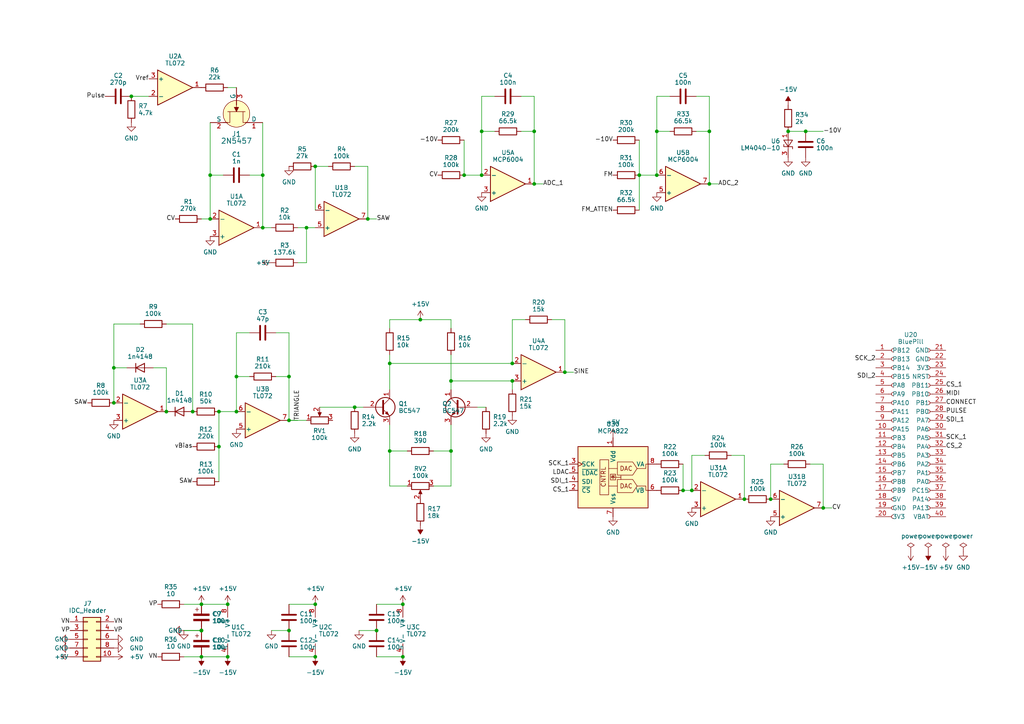
<source format=kicad_sch>
(kicad_sch (version 20211123) (generator "elektron")
  (paper "A4")
  (title_block (title "digital") (date "2023-08-07") (rev "1") (comment 1 "main circuit") (comment 2 "digital controlled oscillator") (comment 4 "License CC BY 4.0 - Attribution 4.0 International"))
  (label "CV" (at 50.8 63.5 180))
  (symbol (lib_id "Device:R") (at 54.61 63.5 90) (unit 1)
    (property "Reference" "R1" (at 54.61 58.48 -90))
    (property "Value" "270k" (at 54.61 60.48 -90))
    (property "ki_keywords" "R res resistor" (effects hide))
    (property "ki_description" "Resistor" (effects hide))
    (property "ki_fp_filters" "R_*" (effects hide))
  )
  (wire (pts (xy 58.42 63.5) (xy 60.96 63.5)))
  (junction (at 60.96 63.5))
  (symbol (lib_id "Amplifier_Operational:TL072") (at 68.58 66.04 0) (mirror x) (unit 1)
    (property "Reference" "U1" (at 68.58 56.96 0))
    (property "Value" "TL072" (at 68.58 58.96 0))
    (property "Datasheet" "http://www.ti.com/lit/ds/symlink/tl071.pdf" (effects hide))
    (property "ki_keywords" "dual opamp" (effects hide))
    (property "ki_description" "Dual Low-Noise JFET-Input Operational Amplifiers, DIP-8/SOIC-8" (effects hide))
    (property "ki_fp_filters" "SOIC*3.9x4.9mm*P1.27mm* DIP*W7.62mm* TO*99* OnSemi*Micro8* TSSOP*3x3mm*P0.65mm* TSSOP*4.4x3mm*P0.65mm* MSOP*3x3mm*P0.65mm* SSOP*3.9x4.9mm*P0.635mm* LFCSP*2x2mm*P0.5mm* *SIP* SOIC*5.3x6.2mm*P1.27mm*" (effects hide))
    (property "Spice_Primitive" "X" (effects hide))
    (property "Spice_Model" "TL072c" (effects hide))
  )
  (symbol (lib_id "power:GND") (at 60.96 68.58 0) (unit 1)
    (property "Reference" "GND" (effects hide))
    (property "Value" "GND" (at 60.96 73.12 0))
    (property "ki_keywords" "global power" (effects hide))
    (property "ki_description" "Power symbol creates a global label with name \"GND\" , ground" (effects hide))
  )
  (junction (at 76.2 66.04))
  (wire (pts (xy 76.2 66.04) (xy 76.2 50.8)))
  (junction (at 76.2 50.8))
  (wire (pts (xy 76.2 50.8) (xy 72.39 50.8)))
  (wire (pts (xy 64.77 50.8) (xy 60.96 50.8)))
  (symbol (lib_id "Device:C") (at 68.58 50.8 270) (unit 1)
    (property "Reference" "C1" (at 68.58 44.77 -270))
    (property "Value" "1n" (at 68.58 46.77 -270))
    (property "ki_keywords" "cap capacitor" (effects hide))
    (property "ki_description" "Unpolarized capacitor" (effects hide))
    (property "ki_fp_filters" "C_*" (effects hide))
  )
  (junction (at 60.96 50.8))
  (wire (pts (xy 60.96 50.8) (xy 60.96 63.5)))
  (wire (pts (xy 76.2 50.8) (xy 76.2 35.56)))
  (symbol (lib_id "elektrophon:2N5457") (at 68.58 33.02 90) (mirror x) (unit 1)
    (property "Reference" "J1" (at 68.58 38.88 90) (effects (font (size 1.524 1.524))))
    (property "Value" "2N5457" (at 68.58 40.88 90) (effects (font (size 1.524 1.524))))
    (property "Footprint" "digikey-footprints:TO-92-3" (effects hide))
    (property "Datasheet" "https://my.centralsemi.com/get_document.php?cmp=1&mergetype=pd&mergepath=pd&pdf_id=2N5457-5459.PDF" (effects hide))
    (property "Digi-Key_PN" "2N5457-ND" (effects hide))
    (property "MPN" "2N5457" (effects hide))
    (property "Category" "Discrete Semiconductor Products" (effects hide))
    (property "Family" "Transistors - JFETs" (effects hide))
    (property "DK_Datasheet_Link" "https://my.centralsemi.com/get_document.php?cmp=1&mergetype=pd&mergepath=pd&pdf_id=2N5457-5459.PDF" (effects hide))
    (property "DK_Detail_Page" "/product-detail/en/central-semiconductor-corp/2N5457/2N5457-ND/4806918" (effects hide))
    (property "Description" "JFET N-CH 25V 0.31W TO-92" (effects hide))
    (property "Manufacturer" "Central Semiconductor Corp" (effects hide))
    (property "Status" "Active NonStock" (effects hide))
    (property "ki_keywords" "2N5457-ND" (effects hide))
    (property "ki_description" "JFET N-CH 25V 0.31W TO-92" (effects hide))
    (property "Spice_Model" "J2N5459" (effects hide))
    (property "Spice_Node_Sequence" "1 3 2" (effects hide))
    (property "Spice_Netlist_Enabled" "Y" (effects hide))
    (property "Spice_Primitive" "J" (effects hide))
  )
  (wire (pts (xy 60.96 35.56) (xy 60.96 50.8)))
  (wire (pts (xy 76.2 66.04) (xy 78.74 66.04)))
  (symbol (lib_id "Device:R") (at 82.55 66.04 90) (unit 1)
    (property "Reference" "R2" (at 82.55 61.019999999999996 -90))
    (property "Value" "10k" (at 82.55 63.019999999999996 -90))
    (property "ki_keywords" "R res resistor" (effects hide))
    (property "ki_description" "Resistor" (effects hide))
    (property "ki_fp_filters" "R_*" (effects hide))
  )
  (wire (pts (xy 86.36 66.04) (xy 88.9 66.04)))
  (junction (at 88.9 66.04))
  (wire (pts (xy 88.9 66.04) (xy 91.44 66.04)))
  (symbol (lib_id "Amplifier_Operational:TL072") (at 99.06 63.5 0) (mirror x) (unit 2)
    (property "Reference" "U1" (at 99.06 54.42 0))
    (property "Value" "TL072" (at 99.06 56.42 0))
    (property "Datasheet" "http://www.ti.com/lit/ds/symlink/tl071.pdf" (effects hide))
    (property "ki_keywords" "dual opamp" (effects hide))
    (property "ki_description" "Dual Low-Noise JFET-Input Operational Amplifiers, DIP-8/SOIC-8" (effects hide))
    (property "ki_fp_filters" "SOIC*3.9x4.9mm*P1.27mm* DIP*W7.62mm* TO*99* OnSemi*Micro8* TSSOP*3x3mm*P0.65mm* TSSOP*4.4x3mm*P0.65mm* MSOP*3x3mm*P0.65mm* SSOP*3.9x4.9mm*P0.635mm* LFCSP*2x2mm*P0.5mm* *SIP* SOIC*5.3x6.2mm*P1.27mm*" (effects hide))
    (property "Spice_Primitive" "X" (effects hide))
    (property "Spice_Model" "TL072c" (effects hide))
  )
  (wire (pts (xy 88.9 66.04) (xy 88.9 76.2)))
  (wire (pts (xy 88.9 76.2) (xy 86.36 76.2)))
  (symbol (lib_id "Device:R") (at 82.55 76.2 270) (unit 1)
    (property "Reference" "R3" (at 82.55 71.18 -270))
    (property "Value" "137.6k" (at 82.55 73.18 -270))
    (property "ki_keywords" "R res resistor" (effects hide))
    (property "ki_description" "Resistor" (effects hide))
    (property "ki_fp_filters" "R_*" (effects hide))
  )
  (symbol (lib_id "power:+5V") (at 78.74 76.2 90) (unit 1)
    (property "Reference" "+15V" (effects hide))
    (property "Value" "+15V" (at 74.2 76.2 -90) (effects (justify left)))
    (property "ki_keywords" "global power" (effects hide))
    (property "ki_description" "Power symbol creates a global label with name \"+5V\"" (effects hide))
  )
  (junction (at 106.68 63.5))
  (wire (pts (xy 106.68 63.5) (xy 106.68 48.26)))
  (wire (pts (xy 106.68 48.26) (xy 102.87 48.26)))
  (wire (pts (xy 95.25 48.26) (xy 91.44 48.26)))
  (symbol (lib_id "Device:R") (at 99.06 48.26 270) (unit 1)
    (property "Reference" "R4" (at 99.06 43.24 -270))
    (property "Value" "100k" (at 99.06 45.24 -270))
    (property "ki_keywords" "R res resistor" (effects hide))
    (property "ki_description" "Resistor" (effects hide))
    (property "ki_fp_filters" "R_*" (effects hide))
  )
  (junction (at 91.44 48.26))
  (wire (pts (xy 91.44 48.26) (xy 91.44 60.96)))
  (symbol (lib_id "Device:R") (at 87.63 48.26 270) (unit 1)
    (property "Reference" "R5" (at 87.63 43.24 -270))
    (property "Value" "27k" (at 87.63 45.24 -270))
    (property "ki_keywords" "R res resistor" (effects hide))
    (property "ki_description" "Resistor" (effects hide))
    (property "ki_fp_filters" "R_*" (effects hide))
  )
  (symbol (lib_id "power:GND") (at 83.82 48.26 0) (unit 1)
    (property "Reference" "GND" (effects hide))
    (property "Value" "GND" (at 83.82 52.8 0))
    (property "ki_keywords" "global power" (effects hide))
    (property "ki_description" "Power symbol creates a global label with name \"GND\" , ground" (effects hide))
  )
  (wire (pts (xy 106.68 63.5) (xy 109.22 63.5)))
  (label "SAW" (at 109.22 63.5 0))
  (wire (pts (xy 68.58 25.4) (xy 66.04 25.4)))
  (symbol (lib_id "Device:R") (at 62.23 25.4 270) (unit 1)
    (property "Reference" "R6" (at 62.23 20.38 -270))
    (property "Value" "22k" (at 62.23 22.38 -270))
    (property "ki_keywords" "R res resistor" (effects hide))
    (property "ki_description" "Resistor" (effects hide))
    (property "ki_fp_filters" "R_*" (effects hide))
  )
  (symbol (lib_id "Amplifier_Operational:TL072") (at 50.8 25.4 0) (unit 1)
    (property "Reference" "U2" (at 50.8 16.32 0))
    (property "Value" "TL072" (at 50.8 18.32 0))
    (property "Datasheet" "http://www.ti.com/lit/ds/symlink/tl071.pdf" (effects hide))
    (property "ki_keywords" "dual opamp" (effects hide))
    (property "ki_description" "Dual Low-Noise JFET-Input Operational Amplifiers, DIP-8/SOIC-8" (effects hide))
    (property "ki_fp_filters" "SOIC*3.9x4.9mm*P1.27mm* DIP*W7.62mm* TO*99* OnSemi*Micro8* TSSOP*3x3mm*P0.65mm* TSSOP*4.4x3mm*P0.65mm* MSOP*3x3mm*P0.65mm* SSOP*3.9x4.9mm*P0.635mm* LFCSP*2x2mm*P0.5mm* *SIP* SOIC*5.3x6.2mm*P1.27mm*" (effects hide))
    (property "Spice_Primitive" "X" (effects hide))
    (property "Spice_Model" "TL072c" (effects hide))
  )
  (label "Vref" (at 43.18 22.86 180))
  (wire (pts (xy 43.18 27.94) (xy 38.1 27.94)))
  (junction (at 38.1 27.94))
  (symbol (lib_id "Device:C") (at 34.29 27.94 270) (unit 1)
    (property "Reference" "C2" (at 34.29 21.91 -270))
    (property "Value" "270p" (at 34.29 23.91 -270))
    (property "ki_keywords" "cap capacitor" (effects hide))
    (property "ki_description" "Unpolarized capacitor" (effects hide))
    (property "ki_fp_filters" "C_*" (effects hide))
  )
  (label "Pulse" (at 30.48 27.94 180))
  (symbol (lib_id "Device:R") (at 38.1 31.75 0) (unit 1)
    (property "Reference" "R7" (at 40.12 30.75 0) (effects (justify left)))
    (property "Value" "4.7k" (at 40.12 32.75 0) (effects (justify left)))
    (property "ki_keywords" "R res resistor" (effects hide))
    (property "ki_description" "Resistor" (effects hide))
    (property "ki_fp_filters" "R_*" (effects hide))
  )
  (symbol (lib_id "power:GND") (at 38.1 35.56 0) (unit 1)
    (property "Reference" "GND" (effects hide))
    (property "Value" "GND" (at 38.1 40.1 0))
    (property "ki_keywords" "global power" (effects hide))
    (property "ki_description" "Power symbol creates a global label with name \"GND\" , ground" (effects hide))
  )
  (label "SAW" (at 25.4 116.84 180))
  (symbol (lib_id "Device:R") (at 29.21 116.84 90) (unit 1)
    (property "Reference" "R8" (at 29.21 111.82 -90))
    (property "Value" "100k" (at 29.21 113.82 -90))
    (property "ki_keywords" "R res resistor" (effects hide))
    (property "ki_description" "Resistor" (effects hide))
    (property "ki_fp_filters" "R_*" (effects hide))
  )
  (junction (at 33.02 116.84))
  (symbol (lib_id "Amplifier_Operational:TL072") (at 40.64 119.38 0) (mirror x) (unit 1)
    (property "Reference" "U3" (at 40.64 110.3 0))
    (property "Value" "TL072" (at 40.64 112.3 0))
    (property "Datasheet" "http://www.ti.com/lit/ds/symlink/tl071.pdf" (effects hide))
    (property "ki_keywords" "dual opamp" (effects hide))
    (property "ki_description" "Dual Low-Noise JFET-Input Operational Amplifiers, DIP-8/SOIC-8" (effects hide))
    (property "ki_fp_filters" "SOIC*3.9x4.9mm*P1.27mm* DIP*W7.62mm* TO*99* OnSemi*Micro8* TSSOP*3x3mm*P0.65mm* TSSOP*4.4x3mm*P0.65mm* MSOP*3x3mm*P0.65mm* SSOP*3.9x4.9mm*P0.635mm* LFCSP*2x2mm*P0.5mm* *SIP* SOIC*5.3x6.2mm*P1.27mm*" (effects hide))
    (property "Spice_Model" "TL072c" (effects hide))
    (property "Spice_Primitive" "X" (effects hide))
  )
  (junction (at 48.26 119.38))
  (symbol (lib_id "Diode:1N4148") (at 52.07 119.38 0) (unit 1)
    (property "Reference" "D1" (at 52.07 114.11 0))
    (property "Value" "1n4148" (at 52.07 116.11 0))
    (property "Footprint" "Diode_THT:D_DO-35_SOD27_P7.62mm_Horizontal" (effects hide))
    (property "Datasheet" "https://assets.nexperia.com/documents/data-sheet/1N4148_1N4448.pdf" (effects hide))
    (property "Sim.Device" "D" (effects hide))
    (property "Sim.Pins" "1=K 2=A" (effects hide))
    (property "ki_keywords" "diode" (effects hide))
    (property "ki_description" "100V 0.15A standard switching diode, DO-35" (effects hide))
    (property "ki_fp_filters" "D*DO?35*" (effects hide))
    (property "Spice_Model" "D1N4148" (effects hide))
    (property "Spice_Primitive" "D" (effects hide))
    (property "Spice_Node_Sequence" "2 1" (effects hide))
  )
  (junction (at 55.88 119.38))
  (wire (pts (xy 48.26 119.38) (xy 48.26 106.68)))
  (wire (pts (xy 48.26 106.68) (xy 44.45 106.68)))
  (wire (pts (xy 36.83 106.68) (xy 33.02 106.68)))
  (symbol (lib_id "Diode:1N4148") (at 40.64 106.68 0) (unit 1)
    (property "Reference" "D2" (at 40.64 101.41 0))
    (property "Value" "1n4148" (at 40.64 103.41 0))
    (property "Footprint" "Diode_THT:D_DO-35_SOD27_P7.62mm_Horizontal" (effects hide))
    (property "Datasheet" "https://assets.nexperia.com/documents/data-sheet/1N4148_1N4448.pdf" (effects hide))
    (property "Sim.Device" "D" (effects hide))
    (property "Sim.Pins" "1=K 2=A" (effects hide))
    (property "ki_keywords" "diode" (effects hide))
    (property "ki_description" "100V 0.15A standard switching diode, DO-35" (effects hide))
    (property "ki_fp_filters" "D*DO?35*" (effects hide))
    (property "Spice_Node_Sequence" "2 1" (effects hide))
    (property "Spice_Primitive" "D" (effects hide))
    (property "Spice_Model" "D1N4148" (effects hide))
  )
  (junction (at 33.02 106.68))
  (wire (pts (xy 33.02 106.68) (xy 33.02 116.84)))
  (wire (pts (xy 55.88 119.38) (xy 55.88 93.98)))
  (wire (pts (xy 55.88 93.98) (xy 48.26 93.98)))
  (wire (pts (xy 40.64 93.98) (xy 33.02 93.98)))
  (symbol (lib_id "Device:R") (at 44.45 93.98 270) (unit 1)
    (property "Reference" "R9" (at 44.45 88.96 -270))
    (property "Value" "100k" (at 44.45 90.96 -270))
    (property "ki_keywords" "R res resistor" (effects hide))
    (property "ki_description" "Resistor" (effects hide))
    (property "ki_fp_filters" "R_*" (effects hide))
  )
  (wire (pts (xy 33.02 93.98) (xy 33.02 106.68)))
  (symbol (lib_id "Device:R") (at 59.69 119.38 90) (unit 1)
    (property "Reference" "R10" (at 59.69 114.36 -90))
    (property "Value" "50k" (at 59.69 116.36 -90))
    (property "ki_keywords" "R res resistor" (effects hide))
    (property "ki_description" "Resistor" (effects hide))
    (property "ki_fp_filters" "R_*" (effects hide))
  )
  (junction (at 63.5 119.38))
  (wire (pts (xy 63.5 119.38) (xy 68.58 119.38)))
  (symbol (lib_id "Amplifier_Operational:TL072") (at 76.2 121.92 0) (mirror x) (unit 2)
    (property "Reference" "U3" (at 76.2 112.84 0))
    (property "Value" "TL072" (at 76.2 114.84 0))
    (property "Datasheet" "http://www.ti.com/lit/ds/symlink/tl071.pdf" (effects hide))
    (property "ki_keywords" "dual opamp" (effects hide))
    (property "ki_description" "Dual Low-Noise JFET-Input Operational Amplifiers, DIP-8/SOIC-8" (effects hide))
    (property "ki_fp_filters" "SOIC*3.9x4.9mm*P1.27mm* DIP*W7.62mm* TO*99* OnSemi*Micro8* TSSOP*3x3mm*P0.65mm* TSSOP*4.4x3mm*P0.65mm* MSOP*3x3mm*P0.65mm* SSOP*3.9x4.9mm*P0.635mm* LFCSP*2x2mm*P0.5mm* *SIP* SOIC*5.3x6.2mm*P1.27mm*" (effects hide))
    (property "Spice_Primitive" "X" (effects hide))
    (property "Spice_Model" "TL072c" (effects hide))
  )
  (junction (at 83.82 121.92))
  (wire (pts (xy 83.82 121.92) (xy 86.36 121.92)))
  (label "TRIANGLE" (at 86.36 121.92 90))
  (wire (pts (xy 83.82 121.92) (xy 83.82 109.22)))
  (junction (at 83.82 109.22))
  (wire (pts (xy 83.82 109.22) (xy 80.01 109.22)))
  (wire (pts (xy 72.39 109.22) (xy 68.58 109.22)))
  (symbol (lib_id "Device:R") (at 76.2 109.22 270) (unit 1)
    (property "Reference" "R11" (at 76.2 104.2 -270))
    (property "Value" "210k" (at 76.2 106.2 -270))
    (property "ki_keywords" "R res resistor" (effects hide))
    (property "ki_description" "Resistor" (effects hide))
    (property "ki_fp_filters" "R_*" (effects hide))
  )
  (junction (at 68.58 109.22))
  (wire (pts (xy 68.58 109.22) (xy 68.58 119.38)))
  (junction (at 68.58 119.38))
  (wire (pts (xy 83.82 109.22) (xy 83.82 96.52)))
  (wire (pts (xy 83.82 96.52) (xy 80.01 96.52)))
  (wire (pts (xy 72.39 96.52) (xy 68.58 96.52)))
  (symbol (lib_id "Device:C") (at 76.2 96.52 270) (unit 1)
    (property "Reference" "C3" (at 76.2 90.49 -270))
    (property "Value" "47p" (at 76.2 92.49 -270))
    (property "ki_keywords" "cap capacitor" (effects hide))
    (property "ki_description" "Unpolarized capacitor" (effects hide))
    (property "ki_fp_filters" "C_*" (effects hide))
  )
  (wire (pts (xy 68.58 96.52) (xy 68.58 109.22)))
  (wire (pts (xy 63.5 119.38) (xy 63.5 129.54)))
  (junction (at 63.5 129.54))
  (symbol (lib_id "Device:R") (at 59.69 129.54 270) (unit 1)
    (property "Reference" "R12" (at 59.69 124.52000000000001 -270))
    (property "Value" "220k" (at 59.69 126.52000000000001 -270))
    (property "ki_keywords" "R res resistor" (effects hide))
    (property "ki_description" "Resistor" (effects hide))
    (property "ki_fp_filters" "R_*" (effects hide))
  )
  (label "vBias" (at 55.88 129.54 180))
  (wire (pts (xy 63.5 129.54) (xy 63.5 139.7)))
  (symbol (lib_id "Device:R") (at 59.69 139.7 270) (unit 1)
    (property "Reference" "R13" (at 59.69 134.68 -270))
    (property "Value" "100k" (at 59.69 136.68 -270))
    (property "ki_keywords" "R res resistor" (effects hide))
    (property "ki_description" "Resistor" (effects hide))
    (property "ki_fp_filters" "R_*" (effects hide))
  )
  (label "SAW" (at 55.88 139.7 180))
  (symbol (lib_id "power:GND") (at 33.02 121.92 0) (unit 1)
    (property "Reference" "GND" (effects hide))
    (property "Value" "GND" (at 33.02 126.46 0))
    (property "ki_keywords" "global power" (effects hide))
    (property "ki_description" "Power symbol creates a global label with name \"GND\" , ground" (effects hide))
  )
  (symbol (lib_id "power:GND") (at 68.58 124.46 0) (unit 1)
    (property "Reference" "GND" (effects hide))
    (property "Value" "GND" (at 68.58 129 0))
    (property "ki_keywords" "global power" (effects hide))
    (property "ki_description" "Power symbol creates a global label with name \"GND\" , ground" (effects hide))
  )
  (wire (pts (xy 83.82 121.92) (xy 88.9 121.92)))
  (symbol (lib_id "Device:R_Potentiometer") (at 92.71 121.92 90) (unit 1)
    (property "Reference" "RV1" (at 92.71 124.94 90))
    (property "Value" "100k" (at 92.71 126.94 90))
    (property "ki_keywords" "resistor variable" (effects hide))
    (property "ki_description" "Potentiometer" (effects hide))
    (property "ki_fp_filters" "Potentiometer*" (effects hide))
    (property "Spice_Model" "Potentiometer1" (effects hide))
    (property "Spice_Netlist_Enabled" "Y" (effects hide))
    (property "Spice_Primitive" "X" (effects hide))
  )
  (wire (pts (xy 92.71 118.11) (xy 102.87 118.11)))
  (junction (at 102.87 118.11))
  (wire (pts (xy 102.87 118.11) (xy 105.41 118.11)))
  (symbol (lib_id "Transistor_BJT:BC547") (at 110.49 118.11 0) (unit 1)
    (property "Reference" "Q1" (at 115.58 117.11 0) (effects (justify left)))
    (property "Value" "BC547" (at 115.58 119.11 0) (effects (justify left)))
    (property "Footprint" "Package_TO_SOT_THT:TO-92_Inline" (effects hide))
    (property "Datasheet" "https://www.onsemi.com/pub/Collateral/BC550-D.pdf" (effects hide))
    (property "ki_keywords" "NPN Transistor" (effects hide))
    (property "ki_description" "0.1A Ic, 45V Vce, Small Signal NPN Transistor, TO-92" (effects hide))
    (property "ki_fp_filters" "TO?92*" (effects hide))
    (property "Spice_Model" "BC547B" (effects hide))
    (property "Spice_Primitive" "Q" (effects hide))
    (property "Spice_Netlist_Enabled" "Y" (effects hide))
  )
  (symbol (lib_id "Device:R") (at 102.87 121.92 0) (unit 1)
    (property "Reference" "R14" (at 104.89 120.92 0) (effects (justify left)))
    (property "Value" "2.2k" (at 104.89 122.92 0) (effects (justify left)))
    (property "ki_keywords" "R res resistor" (effects hide))
    (property "ki_description" "Resistor" (effects hide))
    (property "ki_fp_filters" "R_*" (effects hide))
  )
  (symbol (lib_id "power:GND") (at 102.87 125.73 0) (unit 1)
    (property "Reference" "GND" (effects hide))
    (property "Value" "GND" (at 102.87 130.27 0))
    (property "ki_keywords" "global power" (effects hide))
    (property "ki_description" "Power symbol creates a global label with name \"GND\" , ground" (effects hide))
  )
  (wire (pts (xy 113.03 113.03) (xy 113.03 105.41)))
  (junction (at 113.03 105.41))
  (wire (pts (xy 113.03 105.41) (xy 113.03 102.87)))
  (symbol (lib_id "Device:R") (at 113.03 99.06 180) (unit 1)
    (property "Reference" "R15" (at 115.05 98.06 0) (effects (justify right)))
    (property "Value" "10k" (at 115.05 100.06 0) (effects (justify right)))
    (property "ki_keywords" "R res resistor" (effects hide))
    (property "ki_description" "Resistor" (effects hide))
    (property "ki_fp_filters" "R_*" (effects hide))
  )
  (wire (pts (xy 113.03 95.25) (xy 113.03 92.71)))
  (wire (pts (xy 113.03 92.71) (xy 121.92 92.71)))
  (junction (at 121.92 92.71))
  (symbol (lib_id "power:+15V") (at 121.92 92.71 0) (unit 1)
    (property "Reference" "+15V" (effects hide))
    (property "Value" "+15V" (at 121.92 88.17 0))
    (property "ki_keywords" "global power" (effects hide))
    (property "ki_description" "Power symbol creates a global label with name \"+15V\"" (effects hide))
  )
  (wire (pts (xy 113.03 123.19) (xy 113.03 130.81)))
  (junction (at 113.03 130.81))
  (wire (pts (xy 113.03 130.81) (xy 113.03 140.97)))
  (wire (pts (xy 113.03 140.97) (xy 118.11 140.97)))
  (symbol (lib_id "Device:R_Potentiometer") (at 121.92 140.97 90) (mirror x) (unit 1)
    (property "Reference" "RV2" (at 121.92 135.95 -90))
    (property "Value" "100k" (at 121.92 137.95 -90))
    (property "ki_keywords" "resistor variable" (effects hide))
    (property "ki_description" "Potentiometer" (effects hide))
    (property "ki_fp_filters" "Potentiometer*" (effects hide))
    (property "Spice_Primitive" "X" (effects hide))
    (property "Spice_Netlist_Enabled" "Y" (effects hide))
    (property "Spice_Model" "Potentiometer2" (effects hide))
  )
  (wire (pts (xy 125.73 140.97) (xy 130.81 140.97)))
  (wire (pts (xy 130.81 140.97) (xy 130.81 130.81)))
  (junction (at 130.81 130.81))
  (wire (pts (xy 130.81 130.81) (xy 130.81 123.19)))
  (symbol (lib_id "Transistor_BJT:BC547") (at 133.35 118.11 0) (mirror y) (unit 1)
    (property "Reference" "Q2" (at 128.26 117.11 0) (effects (justify right)))
    (property "Value" "BC547" (at 128.26 119.11 0) (effects (justify right)))
    (property "Footprint" "Package_TO_SOT_THT:TO-92_Inline" (effects hide))
    (property "Datasheet" "https://www.onsemi.com/pub/Collateral/BC550-D.pdf" (effects hide))
    (property "ki_keywords" "NPN Transistor" (effects hide))
    (property "ki_description" "0.1A Ic, 45V Vce, Small Signal NPN Transistor, TO-92" (effects hide))
    (property "ki_fp_filters" "TO?92*" (effects hide))
    (property "Spice_Netlist_Enabled" "Y" (effects hide))
    (property "Spice_Primitive" "Q" (effects hide))
    (property "Spice_Model" "BC547B" (effects hide))
  )
  (wire (pts (xy 130.81 113.03) (xy 130.81 110.49)))
  (junction (at 130.81 110.49))
  (wire (pts (xy 130.81 110.49) (xy 130.81 102.87)))
  (symbol (lib_id "Device:R") (at 130.81 99.06 180) (unit 1)
    (property "Reference" "R16" (at 132.83 98.06 0) (effects (justify right)))
    (property "Value" "10k" (at 132.83 100.06 0) (effects (justify right)))
    (property "ki_keywords" "R res resistor" (effects hide))
    (property "ki_description" "Resistor" (effects hide))
    (property "ki_fp_filters" "R_*" (effects hide))
  )
  (wire (pts (xy 130.81 95.25) (xy 130.81 92.71)))
  (wire (pts (xy 130.81 92.71) (xy 121.92 92.71)))
  (symbol (lib_id "Device:R") (at 121.92 148.59 0) (unit 1)
    (property "Reference" "R17" (at 123.94 147.59 0) (effects (justify left)))
    (property "Value" "18k" (at 123.94 149.59 0) (effects (justify left)))
    (property "ki_keywords" "R res resistor" (effects hide))
    (property "ki_description" "Resistor" (effects hide))
    (property "ki_fp_filters" "R_*" (effects hide))
  )
  (symbol (lib_id "power:-15V") (at 121.92 152.4 180) (unit 1)
    (property "Reference" "-15V" (effects hide))
    (property "Value" "-15V" (at 121.92 156.94 0))
    (property "ki_keywords" "global power" (effects hide))
    (property "ki_description" "Power symbol creates a global label with name \"-15V\"" (effects hide))
  )
  (wire (pts (xy 130.81 130.81) (xy 125.73 130.81)))
  (wire (pts (xy 118.11 130.81) (xy 113.03 130.81)))
  (symbol (lib_id "Device:R") (at 121.92 130.81 270) (unit 1)
    (property "Reference" "R18" (at 121.92 125.78999999999999 -270))
    (property "Value" "390" (at 121.92 127.78999999999999 -270))
    (property "ki_keywords" "R res resistor" (effects hide))
    (property "ki_description" "Resistor" (effects hide))
    (property "ki_fp_filters" "R_*" (effects hide))
  )
  (wire (pts (xy 138.43 118.11) (xy 140.97 118.11)))
  (symbol (lib_id "Device:R") (at 140.97 121.92 0) (unit 1)
    (property "Reference" "R19" (at 142.99 120.92 0) (effects (justify left)))
    (property "Value" "2.2k" (at 142.99 122.92 0) (effects (justify left)))
    (property "ki_keywords" "R res resistor" (effects hide))
    (property "ki_description" "Resistor" (effects hide))
    (property "ki_fp_filters" "R_*" (effects hide))
  )
  (symbol (lib_id "power:GND") (at 140.97 125.73 0) (unit 1)
    (property "Reference" "GND" (effects hide))
    (property "Value" "GND" (at 140.97 130.27 0))
    (property "ki_keywords" "global power" (effects hide))
    (property "ki_description" "Power symbol creates a global label with name \"GND\" , ground" (effects hide))
  )
  (wire (pts (xy 113.03 105.41) (xy 148.59 105.41)))
  (symbol (lib_id "Amplifier_Operational:TL072") (at 156.21 107.95 0) (mirror x) (unit 1)
    (property "Reference" "U4" (at 156.21 98.87 0))
    (property "Value" "TL072" (at 156.21 100.87 0))
    (property "Datasheet" "http://www.ti.com/lit/ds/symlink/tl071.pdf" (effects hide))
    (property "ki_keywords" "dual opamp" (effects hide))
    (property "ki_description" "Dual Low-Noise JFET-Input Operational Amplifiers, DIP-8/SOIC-8" (effects hide))
    (property "ki_fp_filters" "SOIC*3.9x4.9mm*P1.27mm* DIP*W7.62mm* TO*99* OnSemi*Micro8* TSSOP*3x3mm*P0.65mm* TSSOP*4.4x3mm*P0.65mm* MSOP*3x3mm*P0.65mm* SSOP*3.9x4.9mm*P0.635mm* LFCSP*2x2mm*P0.5mm* *SIP* SOIC*5.3x6.2mm*P1.27mm*" (effects hide))
    (property "Spice_Primitive" "X" (effects hide))
    (property "Spice_Model" "TL072c" (effects hide))
  )
  (wire (pts (xy 163.83 107.95) (xy 166.37 107.95)))
  (label "SINE" (at 166.37 107.95 0))
  (junction (at 163.83 107.95))
  (wire (pts (xy 163.83 107.95) (xy 163.83 92.71)))
  (wire (pts (xy 163.83 92.71) (xy 160.02 92.71)))
  (wire (pts (xy 152.4 92.71) (xy 148.59 92.71)))
  (symbol (lib_id "Device:R") (at 156.21 92.71 270) (unit 1)
    (property "Reference" "R20" (at 156.21 87.69 -270))
    (property "Value" "15k" (at 156.21 89.69 -270))
    (property "ki_keywords" "R res resistor" (effects hide))
    (property "ki_description" "Resistor" (effects hide))
    (property "ki_fp_filters" "R_*" (effects hide))
  )
  (wire (pts (xy 148.59 92.71) (xy 148.59 105.41)))
  (junction (at 148.59 105.41))
  (wire (pts (xy 130.81 110.49) (xy 148.59 110.49)))
  (junction (at 148.59 110.49))
  (wire (pts (xy 148.59 110.49) (xy 148.59 113.03)))
  (symbol (lib_id "Device:R") (at 148.59 116.84 0) (unit 1)
    (property "Reference" "R21" (at 150.61 115.84 0) (effects (justify left)))
    (property "Value" "15k" (at 150.61 117.84 0) (effects (justify left)))
    (property "ki_keywords" "R res resistor" (effects hide))
    (property "ki_description" "Resistor" (effects hide))
    (property "ki_fp_filters" "R_*" (effects hide))
  )
  (symbol (lib_id "power:GND") (at 148.59 120.65 0) (unit 1)
    (property "Reference" "GND" (effects hide))
    (property "Value" "GND" (at 148.59 125.19 0))
    (property "ki_keywords" "global power" (effects hide))
    (property "ki_description" "Power symbol creates a global label with name \"GND\" , ground" (effects hide))
  )
  (symbol (lib_id "elektrophon:STM32_BluePill") (at 264.16 124.46 0) (unit 1)
    (property "Reference" "U20" (at 264.16 97.09 0))
    (property "Value" "BluePill" (at 264.16 99.09 0))
  )
  (label "SCK_1" (at 274.32 127 0))
  (label "SDI_1" (at 274.32 121.92 0))
  (label "CS_1" (at 274.32 111.76 0))
  (label "MIDI" (at 274.32 114.3 0))
  (label "CONNECT" (at 274.32 116.84 0))
  (label "CS_2" (at 274.32 129.54 0))
  (label "PULSE" (at 274.32 119.38 0))
  (label "SCK_2" (at 254 104.14 180))
  (label "SDI_2" (at 254 109.22 180))
  (symbol (lib_id "Analog_DAC:MCP4822") (at 177.8 137.16 0) (unit 1)
    (property "Reference" "U30" (at 177.8 123 0))
    (property "Value" "MCP4822" (at 177.8 125 0))
    (property "Datasheet" "http://ww1.microchip.com/downloads/en/DeviceDoc/20002249B.pdf" (effects hide))
    (property "ki_keywords" "12-Bit DAC SPI Reference 2ch" (effects hide))
    (property "ki_description" "2-Channel 12-Bit D/A Converters with SPI Interface and Internal Reference (2.048V)" (effects hide))
    (property "ki_fp_filters" "DIP*W7.62mm* SOIC*3.9x4.9mm*P1.27mm* MSOP*3x3mm*P0.65mm*" (effects hide))
  )
  (symbol (lib_id "Device:R") (at 194.31 134.62 90) (unit 1)
    (property "Reference" "R22" (at 194.31 129.6 -90))
    (property "Value" "100k" (at 194.31 131.6 -90))
    (property "ki_keywords" "R res resistor" (effects hide))
    (property "ki_description" "Resistor" (effects hide))
    (property "ki_fp_filters" "R_*" (effects hide))
  )
  (wire (pts (xy 198.12 134.62) (xy 198.12 142.24)))
  (junction (at 198.12 142.24))
  (symbol (lib_id "Device:R") (at 194.31 142.24 270) (unit 1)
    (property "Reference" "R23" (at 194.31 137.22 -270))
    (property "Value" "100k" (at 194.31 139.22 -270))
    (property "ki_keywords" "R res resistor" (effects hide))
    (property "ki_description" "Resistor" (effects hide))
    (property "ki_fp_filters" "R_*" (effects hide))
  )
  (wire (pts (xy 198.12 142.24) (xy 200.66 142.24)))
  (symbol (lib_id "Amplifier_Operational:TL072") (at 208.28 144.78 0) (mirror x) (unit 1)
    (property "Reference" "U31" (at 208.28 135.7 0))
    (property "Value" "TL072" (at 208.28 137.7 0))
    (property "Datasheet" "http://www.ti.com/lit/ds/symlink/tl071.pdf" (effects hide))
    (property "ki_keywords" "dual opamp" (effects hide))
    (property "ki_description" "Dual Low-Noise JFET-Input Operational Amplifiers, DIP-8/SOIC-8" (effects hide))
    (property "ki_fp_filters" "SOIC*3.9x4.9mm*P1.27mm* DIP*W7.62mm* TO*99* OnSemi*Micro8* TSSOP*3x3mm*P0.65mm* TSSOP*4.4x3mm*P0.65mm* MSOP*3x3mm*P0.65mm* SSOP*3.9x4.9mm*P0.635mm* LFCSP*2x2mm*P0.5mm* *SIP* SOIC*5.3x6.2mm*P1.27mm*" (effects hide))
    (property "Spice_Model" "TL072c" (effects hide))
    (property "Spice_Primitive" "X" (effects hide))
  )
  (symbol (lib_id "power:GND") (at 200.66 147.32 0) (unit 1)
    (property "Reference" "GND" (effects hide))
    (property "Value" "GND" (at 200.66 151.86 0))
    (property "ki_keywords" "global power" (effects hide))
    (property "ki_description" "Power symbol creates a global label with name \"GND\" , ground" (effects hide))
  )
  (junction (at 215.9 144.78))
  (wire (pts (xy 215.9 144.78) (xy 215.9 132.08)))
  (wire (pts (xy 215.9 132.08) (xy 212.09 132.08)))
  (wire (pts (xy 204.47 132.08) (xy 200.66 132.08)))
  (symbol (lib_id "Device:R") (at 208.28 132.08 270) (unit 1)
    (property "Reference" "R24" (at 208.28 127.06 -270))
    (property "Value" "100k" (at 208.28 129.06 -270))
    (property "ki_keywords" "R res resistor" (effects hide))
    (property "ki_description" "Resistor" (effects hide))
    (property "ki_fp_filters" "R_*" (effects hide))
  )
  (junction (at 200.66 142.24))
  (wire (pts (xy 200.66 132.08) (xy 200.66 142.24)))
  (symbol (lib_id "Device:R") (at 219.71 144.78 90) (unit 1)
    (property "Reference" "R25" (at 219.71 139.76 -90))
    (property "Value" "100k" (at 219.71 141.76 -90))
    (property "ki_keywords" "R res resistor" (effects hide))
    (property "ki_description" "Resistor" (effects hide))
    (property "ki_fp_filters" "R_*" (effects hide))
  )
  (symbol (lib_id "Amplifier_Operational:TL072") (at 231.14 147.32 0) (mirror x) (unit 2)
    (property "Reference" "U31" (at 231.14 138.24 0))
    (property "Value" "TL072" (at 231.14 140.24 0))
    (property "Datasheet" "http://www.ti.com/lit/ds/symlink/tl071.pdf" (effects hide))
    (property "ki_keywords" "dual opamp" (effects hide))
    (property "ki_description" "Dual Low-Noise JFET-Input Operational Amplifiers, DIP-8/SOIC-8" (effects hide))
    (property "ki_fp_filters" "SOIC*3.9x4.9mm*P1.27mm* DIP*W7.62mm* TO*99* OnSemi*Micro8* TSSOP*3x3mm*P0.65mm* TSSOP*4.4x3mm*P0.65mm* MSOP*3x3mm*P0.65mm* SSOP*3.9x4.9mm*P0.635mm* LFCSP*2x2mm*P0.5mm* *SIP* SOIC*5.3x6.2mm*P1.27mm*" (effects hide))
    (property "Spice_Model" "TL072c" (effects hide))
    (property "Spice_Primitive" "X" (effects hide))
  )
  (symbol (lib_id "power:GND") (at 223.52 149.86 0) (unit 1)
    (property "Reference" "GND" (effects hide))
    (property "Value" "GND" (at 223.52 154.4 0))
    (property "ki_keywords" "global power" (effects hide))
    (property "ki_description" "Power symbol creates a global label with name \"GND\" , ground" (effects hide))
  )
  (junction (at 238.76 147.32))
  (wire (pts (xy 238.76 147.32) (xy 238.76 134.62)))
  (wire (pts (xy 238.76 134.62) (xy 234.95 134.62)))
  (wire (pts (xy 227.33 134.62) (xy 223.52 134.62)))
  (symbol (lib_id "Device:R") (at 231.14 134.62 270) (unit 1)
    (property "Reference" "R26" (at 231.14 129.6 -270))
    (property "Value" "100k" (at 231.14 131.6 -270))
    (property "ki_keywords" "R res resistor" (effects hide))
    (property "ki_description" "Resistor" (effects hide))
    (property "ki_fp_filters" "R_*" (effects hide))
  )
  (junction (at 223.52 144.78))
  (wire (pts (xy 223.52 134.62) (xy 223.52 144.78)))
  (wire (pts (xy 238.76 147.32) (xy 241.3 147.32)))
  (label "CV" (at 241.3 147.32 0))
  (symbol (lib_id "power:+5V") (at 177.8 127 0) (unit 1)
    (property "Reference" "+5V" (effects hide))
    (property "Value" "+5V" (at 177.8 122.46 0))
    (property "ki_keywords" "global power" (effects hide))
    (property "ki_description" "Power symbol creates a global label with name \"+5V\"" (effects hide))
  )
  (symbol (lib_id "power:GND") (at 177.8 149.86 0) (unit 1)
    (property "Reference" "GND" (effects hide))
    (property "Value" "GND" (at 177.8 154.4 0))
    (property "ki_keywords" "global power" (effects hide))
    (property "ki_description" "Power symbol creates a global label with name \"GND\" , ground" (effects hide))
  )
  (label "SCK_1" (at 165.1 134.62 180))
  (label "LDAC" (at 165.1 137.16 180))
  (label "SDI_1" (at 165.1 139.7 180))
  (label "CS_1" (at 165.1 142.24 180))
  (label "CV" (at 127 50.8 180))
  (symbol (lib_id "Device:R") (at 130.81 50.8 90) (unit 1)
    (property "Reference" "R28" (at 130.81 45.78 -90))
    (property "Value" "100k" (at 130.81 47.78 -90))
    (property "ki_keywords" "R res resistor" (effects hide))
    (property "ki_description" "Resistor" (effects hide))
    (property "ki_fp_filters" "R_*" (effects hide))
  )
  (junction (at 134.62 50.8))
  (wire (pts (xy 134.62 50.8) (xy 134.62 40.64)))
  (symbol (lib_id "Device:R") (at 130.81 40.64 270) (unit 1)
    (property "Reference" "R27" (at 130.81 35.62 -270))
    (property "Value" "200k" (at 130.81 37.62 -270))
    (property "ki_keywords" "R res resistor" (effects hide))
    (property "ki_description" "Resistor" (effects hide))
    (property "ki_fp_filters" "R_*" (effects hide))
  )
  (label "-10V" (at 127 40.64 180))
  (wire (pts (xy 134.62 50.8) (xy 139.7 50.8)))
  (symbol (lib_id "Amplifier_Operational:MCP6004") (at 147.32 53.34 0) (mirror x) (unit 1)
    (property "Reference" "U5" (at 147.32 44.26 0))
    (property "Value" "MCP6004" (at 147.32 46.26 0))
    (property "Datasheet" "http://ww1.microchip.com/downloads/en/DeviceDoc/21733j.pdf" (effects hide))
    (property "ki_keywords" "quad opamp" (effects hide))
    (property "ki_description" "1MHz, Low-Power Op Amp, DIP-14/SOIC-14/TSSOP-14" (effects hide))
    (property "ki_fp_filters" "SOIC*3.9x8.7mm*P1.27mm* DIP*W7.62mm* TSSOP*4.4x5mm*P0.65mm* SSOP*5.3x6.2mm*P0.65mm* MSOP*3x3mm*P0.5mm*" (effects hide))
    (property "Spice_Model" "TL072c" (effects hide))
    (property "Spice_Netlist_Enabled" "Y" (effects hide))
    (property "Spice_Primitive" "X" (effects hide))
  )
  (wire (pts (xy 154.94 53.34) (xy 154.94 38.1)))
  (junction (at 154.94 38.1))
  (wire (pts (xy 154.94 38.1) (xy 151.13 38.1)))
  (wire (pts (xy 143.51 38.1) (xy 139.7 38.1)))
  (symbol (lib_id "Device:R") (at 147.32 38.1 270) (unit 1)
    (property "Reference" "R29" (at 147.32 33.08 -270))
    (property "Value" "66.5k" (at 147.32 35.08 -270))
    (property "ki_keywords" "R res resistor" (effects hide))
    (property "ki_description" "Resistor" (effects hide))
    (property "ki_fp_filters" "R_*" (effects hide))
  )
  (junction (at 139.7 38.1))
  (wire (pts (xy 139.7 38.1) (xy 139.7 50.8)))
  (junction (at 139.7 50.8))
  (wire (pts (xy 139.7 38.1) (xy 139.7 27.94)))
  (wire (pts (xy 139.7 27.94) (xy 143.51 27.94)))
  (wire (pts (xy 151.13 27.94) (xy 154.94 27.94)))
  (symbol (lib_id "Device:C") (at 147.32 27.94 90) (unit 1)
    (property "Reference" "C4" (at 147.32 21.91 -90))
    (property "Value" "100n" (at 147.32 23.91 -90))
    (property "ki_keywords" "cap capacitor" (effects hide))
    (property "ki_description" "Unpolarized capacitor" (effects hide))
    (property "ki_fp_filters" "C_*" (effects hide))
  )
  (wire (pts (xy 154.94 27.94) (xy 154.94 38.1)))
  (junction (at 154.94 53.34))
  (wire (pts (xy 154.94 53.34) (xy 157.48 53.34)))
  (label "ADC_1" (at 157.48 53.34 0))
  (symbol (lib_id "power:GND") (at 139.7 55.88 0) (unit 1)
    (property "Reference" "GND" (effects hide))
    (property "Value" "GND" (at 139.7 60.42 0))
    (property "ki_keywords" "global power" (effects hide))
    (property "ki_description" "Power symbol creates a global label with name \"GND\" , ground" (effects hide))
  )
  (label "FM" (at 177.8 50.8 180))
  (symbol (lib_id "Device:R") (at 181.61 50.8 90) (unit 1)
    (property "Reference" "R31" (at 181.61 45.78 -90))
    (property "Value" "100k" (at 181.61 47.78 -90))
    (property "ki_keywords" "R res resistor" (effects hide))
    (property "ki_description" "Resistor" (effects hide))
    (property "ki_fp_filters" "R_*" (effects hide))
  )
  (junction (at 185.42 50.8))
  (wire (pts (xy 185.42 50.8) (xy 185.42 60.96)))
  (symbol (lib_id "Device:R") (at 181.61 60.96 270) (unit 1)
    (property "Reference" "R32" (at 181.61 55.94 -270))
    (property "Value" "66.5k" (at 181.61 57.94 -270))
    (property "ki_keywords" "R res resistor" (effects hide))
    (property "ki_description" "Resistor" (effects hide))
    (property "ki_fp_filters" "R_*" (effects hide))
  )
  (label "FM_ATTEN" (at 177.8 60.96 180))
  (wire (pts (xy 185.42 50.8) (xy 185.42 40.64)))
  (symbol (lib_id "Device:R") (at 181.61 40.64 270) (unit 1)
    (property "Reference" "R30" (at 181.61 35.62 -270))
    (property "Value" "200k" (at 181.61 37.62 -270))
    (property "ki_keywords" "R res resistor" (effects hide))
    (property "ki_description" "Resistor" (effects hide))
    (property "ki_fp_filters" "R_*" (effects hide))
  )
  (label "-10V" (at 177.8 40.64 180))
  (wire (pts (xy 185.42 50.8) (xy 190.5 50.8)))
  (symbol (lib_id "Amplifier_Operational:MCP6004") (at 198.12 53.34 0) (mirror x) (unit 2)
    (property "Reference" "U5" (at 198.12 44.26 0))
    (property "Value" "MCP6004" (at 198.12 46.26 0))
    (property "Datasheet" "http://ww1.microchip.com/downloads/en/DeviceDoc/21733j.pdf" (effects hide))
    (property "ki_keywords" "quad opamp" (effects hide))
    (property "ki_description" "1MHz, Low-Power Op Amp, DIP-14/SOIC-14/TSSOP-14" (effects hide))
    (property "ki_fp_filters" "SOIC*3.9x8.7mm*P1.27mm* DIP*W7.62mm* TSSOP*4.4x5mm*P0.65mm* SSOP*5.3x6.2mm*P0.65mm* MSOP*3x3mm*P0.5mm*" (effects hide))
    (property "Spice_Primitive" "X" (effects hide))
    (property "Spice_Netlist_Enabled" "Y" (effects hide))
    (property "Spice_Model" "TL072c" (effects hide))
  )
  (wire (pts (xy 205.74 53.34) (xy 205.74 38.1)))
  (junction (at 205.74 38.1))
  (wire (pts (xy 205.74 38.1) (xy 201.93 38.1)))
  (wire (pts (xy 194.31 38.1) (xy 190.5 38.1)))
  (symbol (lib_id "Device:R") (at 198.12 38.1 270) (unit 1)
    (property "Reference" "R33" (at 198.12 33.08 -270))
    (property "Value" "66.5k" (at 198.12 35.08 -270))
    (property "ki_keywords" "R res resistor" (effects hide))
    (property "ki_description" "Resistor" (effects hide))
    (property "ki_fp_filters" "R_*" (effects hide))
  )
  (junction (at 190.5 38.1))
  (wire (pts (xy 190.5 38.1) (xy 190.5 50.8)))
  (junction (at 190.5 50.8))
  (wire (pts (xy 190.5 38.1) (xy 190.5 27.94)))
  (wire (pts (xy 190.5 27.94) (xy 194.31 27.94)))
  (wire (pts (xy 201.93 27.94) (xy 205.74 27.94)))
  (symbol (lib_id "Device:C") (at 198.12 27.94 90) (unit 1)
    (property "Reference" "C5" (at 198.12 21.91 -90))
    (property "Value" "100n" (at 198.12 23.91 -90))
    (property "ki_keywords" "cap capacitor" (effects hide))
    (property "ki_description" "Unpolarized capacitor" (effects hide))
    (property "ki_fp_filters" "C_*" (effects hide))
  )
  (wire (pts (xy 205.74 27.94) (xy 205.74 38.1)))
  (junction (at 205.74 53.34))
  (wire (pts (xy 205.74 53.34) (xy 208.28 53.34)))
  (label "ADC_2" (at 208.28 53.34 0))
  (symbol (lib_id "power:GND") (at 190.5 55.88 0) (unit 1)
    (property "Reference" "GND" (effects hide))
    (property "Value" "GND" (at 190.5 60.42 0))
    (property "ki_keywords" "global power" (effects hide))
    (property "ki_description" "Power symbol creates a global label with name \"GND\" , ground" (effects hide))
  )
  (symbol (lib_id "power:-15V") (at 228.6 30.48 0) (unit 1)
    (property "Reference" "-15V" (effects hide))
    (property "Value" "-15V" (at 228.6 25.94 0))
    (property "ki_keywords" "global power" (effects hide))
    (property "ki_description" "Power symbol creates a global label with name \"-15V\"" (effects hide))
  )
  (symbol (lib_id "Device:R") (at 228.6 34.29 0) (unit 1)
    (property "Reference" "R34" (at 230.62 33.29 0) (effects (justify left)))
    (property "Value" "2k" (at 230.62 35.29 0) (effects (justify left)))
    (property "ki_keywords" "R res resistor" (effects hide))
    (property "ki_description" "Resistor" (effects hide))
    (property "ki_fp_filters" "R_*" (effects hide))
  )
  (junction (at 228.6 38.1))
  (symbol (lib_id "Reference_Voltage:LM4040DCK-10") (at 228.6 41.91 270) (unit 1)
    (property "Reference" "U6" (at 226.33 40.91 -270) (effects (justify right)))
    (property "Value" "LM4040-10" (at 226.33 42.91 -270) (effects (justify right)))
    (property "Footprint" "Package_TO_SOT_SMD:SOT-353_SC-70-5" (effects hide))
    (property "Datasheet" "http://www.ti.com/lit/ds/symlink/lm4040-n.pdf" (effects hide))
    (property "ki_keywords" "diode device voltage reference shunt" (effects hide))
    (property "ki_description" "10.0V Precision Micropower Shunt Voltage Reference, SC-70" (effects hide))
    (property "ki_fp_filters" "SOT?353*" (effects hide))
  )
  (symbol (lib_id "power:GND") (at 228.6 45.72 0) (unit 1)
    (property "Reference" "GND" (effects hide))
    (property "Value" "GND" (at 228.6 50.26 0))
    (property "ki_keywords" "global power" (effects hide))
    (property "ki_description" "Power symbol creates a global label with name \"GND\" , ground" (effects hide))
  )
  (wire (pts (xy 228.6 38.1) (xy 233.68 38.1)))
  (junction (at 233.68 38.1))
  (wire (pts (xy 233.68 38.1) (xy 238.76 38.1)))
  (label "-10V" (at 238.76 38.1 0))
  (symbol (lib_id "Device:C") (at 233.68 41.91 0) (unit 1)
    (property "Reference" "C6" (at 236.71 40.91 0) (effects (justify left)))
    (property "Value" "100n" (at 236.71 42.91 0) (effects (justify left)))
    (property "ki_keywords" "cap capacitor" (effects hide))
    (property "ki_description" "Unpolarized capacitor" (effects hide))
    (property "ki_fp_filters" "C_*" (effects hide))
  )
  (symbol (lib_id "power:GND") (at 233.68 45.72 0) (unit 1)
    (property "Reference" "GND" (effects hide))
    (property "Value" "GND" (at 233.68 50.26 0))
    (property "ki_keywords" "global power" (effects hide))
    (property "ki_description" "Power symbol creates a global label with name \"GND\" , ground" (effects hide))
  )
  (symbol (lib_id "Connector_Generic:Conn_02x05_Odd_Even") (at 25.4 185.42 0) (unit 1)
    (property "Reference" "J7" (at 25.4 175.07 0))
    (property "Value" "IDC_Header" (at 25.4 177.07 0))
    (property "ki_keywords" "connector" (effects hide))
    (property "ki_description" "Generic connector, double row, 02x05, odd/even pin numbering scheme (row 1 odd numbers, row 2 even numbers), script generated (kicad-library-utils/schlib/autogen/connector/)" (effects hide))
    (property "ki_fp_filters" "Connector*:*_2x??_*" (effects hide))
    (property "Spice_Netlist_Enabled" "false" (effects hide))
  )
  (symbol (lib_id "power:+5V") (at 33.02 190.5 270) (unit 1)
    (property "Reference" "+5V" (effects hide))
    (property "Value" "+5V" (at 37.56 190.5 270) (effects (justify right)))
    (property "ki_keywords" "global power" (effects hide))
    (property "ki_description" "Power symbol creates a global label with name \"+5V\"" (effects hide))
  )
  (symbol (lib_id "power:+5V") (at 20.32 190.5 90) (unit 1)
    (property "Reference" "+5V" (effects hide))
    (property "Value" "+5V" (at 15.780000000000001 190.5 -90) (effects (justify left)))
    (property "ki_keywords" "global power" (effects hide))
    (property "ki_description" "Power symbol creates a global label with name \"+5V\"" (effects hide))
  )
  (symbol (lib_id "power:GND") (at 33.02 185.42 90) (unit 1)
    (property "Reference" "GND" (effects hide))
    (property "Value" "GND" (at 37.56 185.42 90) (effects (justify right)))
    (property "ki_keywords" "global power" (effects hide))
    (property "ki_description" "Power symbol creates a global label with name \"GND\" , ground" (effects hide))
  )
  (symbol (lib_id "power:GND") (at 33.02 187.96 90) (unit 1)
    (property "Reference" "GND" (effects hide))
    (property "Value" "GND" (at 37.56 187.96 90) (effects (justify right)))
    (property "ki_keywords" "global power" (effects hide))
    (property "ki_description" "Power symbol creates a global label with name \"GND\" , ground" (effects hide))
  )
  (symbol (lib_id "power:GND") (at 20.32 185.42 270) (unit 1)
    (property "Reference" "GND" (effects hide))
    (property "Value" "GND" (at 15.780000000000001 185.42 -270) (effects (justify left)))
    (property "ki_keywords" "global power" (effects hide))
    (property "ki_description" "Power symbol creates a global label with name \"GND\" , ground" (effects hide))
  )
  (symbol (lib_id "power:GND") (at 20.32 187.96 270) (unit 1)
    (property "Reference" "GND" (effects hide))
    (property "Value" "GND" (at 15.780000000000001 187.96 -270) (effects (justify left)))
    (property "ki_keywords" "global power" (effects hide))
    (property "ki_description" "Power symbol creates a global label with name \"GND\" , ground" (effects hide))
  )
  (label "VP" (at 20.32 182.88 180))
  (label "VP" (at 33.02 182.88 0))
  (label "VN" (at 20.32 180.34 180))
  (label "VN" (at 33.02 180.34 0))
  (label "VP" (at 45.72 175.26 180))
  (symbol (lib_id "Device:R") (at 49.53 175.26 90) (unit 1)
    (property "Reference" "R35" (at 49.53 170.24 -90))
    (property "Value" "10" (at 49.53 172.24 -90))
    (property "ki_keywords" "R res resistor" (effects hide))
    (property "ki_description" "Resistor" (effects hide))
    (property "ki_fp_filters" "R_*" (effects hide))
  )
  (wire (pts (xy 53.34 175.26) (xy 58.42 175.26)))
  (junction (at 58.42 175.26))
  (symbol (lib_id "power:+15V") (at 58.42 175.26 0) (unit 1)
    (property "Reference" "+15V" (effects hide))
    (property "Value" "+15V" (at 58.42 170.72 0))
    (property "ki_keywords" "global power" (effects hide))
    (property "ki_description" "Power symbol creates a global label with name \"+15V\"" (effects hide))
  )
  (symbol (lib_id "Device:C_Polarized") (at 58.42 179.07 0) (unit 1)
    (property "Reference" "C7" (at 61.71 178.07 0) (effects (justify left)))
    (property "Value" "10u" (at 61.71 180.07 0) (effects (justify left)))
    (property "ki_keywords" "cap capacitor" (effects hide))
    (property "ki_description" "Polarized capacitor" (effects hide))
    (property "ki_fp_filters" "CP_*" (effects hide))
  )
  (junction (at 58.42 182.88))
  (symbol (lib_id "Device:C_Polarized") (at 58.42 186.69 0) (unit 1)
    (property "Reference" "C8" (at 61.71 185.69 0) (effects (justify left)))
    (property "Value" "10u" (at 61.71 187.69 0) (effects (justify left)))
    (property "ki_keywords" "cap capacitor" (effects hide))
    (property "ki_description" "Polarized capacitor" (effects hide))
    (property "ki_fp_filters" "CP_*" (effects hide))
  )
  (junction (at 58.42 190.5))
  (wire (pts (xy 58.42 190.5) (xy 53.34 190.5)))
  (symbol (lib_id "Device:R") (at 49.53 190.5 270) (unit 1)
    (property "Reference" "R36" (at 49.53 185.48 -270))
    (property "Value" "10" (at 49.53 187.48 -270))
    (property "ki_keywords" "R res resistor" (effects hide))
    (property "ki_description" "Resistor" (effects hide))
    (property "ki_fp_filters" "R_*" (effects hide))
  )
  (label "VN" (at 45.72 190.5 180))
  (symbol (lib_id "power:-15V") (at 58.42 190.5 180) (unit 1)
    (property "Reference" "-15V" (effects hide))
    (property "Value" "-15V" (at 58.42 195.04 0))
    (property "ki_keywords" "global power" (effects hide))
    (property "ki_description" "Power symbol creates a global label with name \"-15V\"" (effects hide))
  )
  (wire (pts (xy 58.42 182.88) (xy 53.34 182.88)))
  (symbol (lib_id "power:GND") (at 53.34 182.88 270) (unit 1)
    (property "Reference" "GND" (effects hide))
    (property "Value" "GND" (at 48.8 182.88 -270) (effects (justify left)))
    (property "ki_keywords" "global power" (effects hide))
    (property "ki_description" "Power symbol creates a global label with name \"GND\" , ground" (effects hide))
  )
  (symbol (lib_id "power:PWR_FLAG") (at 264.16 160.02 0) (unit 1)
    (property "Reference" "P1" (effects hide))
    (property "Value" "power" (at 264.16 155.48 0))
    (property "ki_keywords" "flag power" (effects hide))
    (property "ki_description" "Special symbol for telling ERC where power comes from" (effects hide))
  )
  (symbol (lib_id "power:+15V") (at 264.16 160.02 180) (unit 1)
    (property "Reference" "+15V" (effects hide))
    (property "Value" "+15V" (at 264.16 164.56 0))
    (property "ki_keywords" "global power" (effects hide))
    (property "ki_description" "Power symbol creates a global label with name \"+15V\"" (effects hide))
  )
  (symbol (lib_id "power:PWR_FLAG") (at 269.24 160.02 0) (unit 1)
    (property "Reference" "P2" (effects hide))
    (property "Value" "power" (at 269.24 155.48 0))
    (property "ki_keywords" "flag power" (effects hide))
    (property "ki_description" "Special symbol for telling ERC where power comes from" (effects hide))
  )
  (symbol (lib_id "power:-15V") (at 269.24 160.02 180) (unit 1)
    (property "Reference" "-15V" (effects hide))
    (property "Value" "-15V" (at 269.24 164.56 0))
    (property "ki_keywords" "global power" (effects hide))
    (property "ki_description" "Power symbol creates a global label with name \"-15V\"" (effects hide))
  )
  (symbol (lib_id "power:PWR_FLAG") (at 274.32 160.02 0) (unit 1)
    (property "Reference" "P3" (effects hide))
    (property "Value" "power" (at 274.32 155.48 0))
    (property "ki_keywords" "flag power" (effects hide))
    (property "ki_description" "Special symbol for telling ERC where power comes from" (effects hide))
  )
  (symbol (lib_id "power:+5V") (at 274.32 160.02 180) (unit 1)
    (property "Reference" "+5V" (effects hide))
    (property "Value" "+5V" (at 274.32 164.56 0))
    (property "ki_keywords" "global power" (effects hide))
    (property "ki_description" "Power symbol creates a global label with name \"+5V\"" (effects hide))
  )
  (symbol (lib_id "power:PWR_FLAG") (at 279.4 160.02 0) (unit 1)
    (property "Reference" "P4" (effects hide))
    (property "Value" "power" (at 279.4 155.48 0))
    (property "ki_keywords" "flag power" (effects hide))
    (property "ki_description" "Special symbol for telling ERC where power comes from" (effects hide))
  )
  (symbol (lib_id "power:GND") (at 279.4 160.02 0) (unit 1)
    (property "Reference" "GND" (effects hide))
    (property "Value" "GND" (at 279.4 164.56 0))
    (property "ki_keywords" "global power" (effects hide))
    (property "ki_description" "Power symbol creates a global label with name \"GND\" , ground" (effects hide))
  )
  (symbol (lib_id "Amplifier_Operational:TL072") (at 68.58 182.88 0) (unit 3)
    (property "Reference" "U1" (at 67.04 181.88 0) (effects (justify left)))
    (property "Value" "TL072" (at 67.04 183.88 0) (effects (justify left)))
    (property "Datasheet" "http://www.ti.com/lit/ds/symlink/tl071.pdf" (effects hide))
    (property "ki_keywords" "dual opamp" (effects hide))
    (property "ki_description" "Dual Low-Noise JFET-Input Operational Amplifiers, DIP-8/SOIC-8" (effects hide))
    (property "ki_fp_filters" "SOIC*3.9x4.9mm*P1.27mm* DIP*W7.62mm* TO*99* OnSemi*Micro8* TSSOP*3x3mm*P0.65mm* TSSOP*4.4x3mm*P0.65mm* MSOP*3x3mm*P0.65mm* SSOP*3.9x4.9mm*P0.635mm* LFCSP*2x2mm*P0.5mm* *SIP* SOIC*5.3x6.2mm*P1.27mm*" (effects hide))
    (property "Spice_Model" "TL072c" (effects hide))
    (property "Spice_Primitive" "X" (effects hide))
  )
  (symbol (lib_id "power:+15V") (at 66.04 175.26 0) (unit 1)
    (property "Reference" "+15V" (effects hide))
    (property "Value" "+15V" (at 66.04 170.72 0))
    (property "ki_keywords" "global power" (effects hide))
    (property "ki_description" "Power symbol creates a global label with name \"+15V\"" (effects hide))
  )
  (symbol (lib_id "power:-15V") (at 66.04 190.5 180) (unit 1)
    (property "Reference" "-15V" (effects hide))
    (property "Value" "-15V" (at 66.04 195.04 0))
    (property "ki_keywords" "global power" (effects hide))
    (property "ki_description" "Power symbol creates a global label with name \"-15V\"" (effects hide))
  )
  (junction (at 66.04 175.26))
  (wire (pts (xy 66.04 175.26) (xy 58.42 175.26)))
  (symbol (lib_id "Device:C") (at 58.42 179.07 0) (unit 1)
    (property "Reference" "C9" (at 61.45 178.07 0) (effects (justify left)))
    (property "Value" "100n" (at 61.45 180.07 0) (effects (justify left)))
    (property "ki_keywords" "cap capacitor" (effects hide))
    (property "ki_description" "Unpolarized capacitor" (effects hide))
    (property "ki_fp_filters" "C_*" (effects hide))
    (property "Spice_Netlist_Enabled" "false" (effects hide))
  )
  (junction (at 58.42 182.88))
  (symbol (lib_id "Device:C") (at 58.42 186.69 0) (unit 1)
    (property "Reference" "C10" (at 61.45 185.69 0) (effects (justify left)))
    (property "Value" "100n" (at 61.45 187.69 0) (effects (justify left)))
    (property "ki_keywords" "cap capacitor" (effects hide))
    (property "ki_description" "Unpolarized capacitor" (effects hide))
    (property "ki_fp_filters" "C_*" (effects hide))
    (property "Spice_Netlist_Enabled" "false" (effects hide))
  )
  (wire (pts (xy 58.42 190.5) (xy 66.04 190.5)))
  (junction (at 66.04 190.5))
  (wire (pts (xy 58.42 182.88) (xy 53.34 182.88)))
  (symbol (lib_id "power:GND") (at 53.34 182.88 0) (unit 1)
    (property "Reference" "GND" (effects hide))
    (property "Value" "GND" (at 53.34 187.42 0))
    (property "ki_keywords" "global power" (effects hide))
    (property "ki_description" "Power symbol creates a global label with name \"GND\" , ground" (effects hide))
  )
  (symbol (lib_id "Amplifier_Operational:TL072") (at 93.98 182.88 0) (unit 3)
    (property "Reference" "U2" (at 92.44 181.88 0) (effects (justify left)))
    (property "Value" "TL072" (at 92.44 183.88 0) (effects (justify left)))
    (property "Datasheet" "http://www.ti.com/lit/ds/symlink/tl071.pdf" (effects hide))
    (property "ki_keywords" "dual opamp" (effects hide))
    (property "ki_description" "Dual Low-Noise JFET-Input Operational Amplifiers, DIP-8/SOIC-8" (effects hide))
    (property "ki_fp_filters" "SOIC*3.9x4.9mm*P1.27mm* DIP*W7.62mm* TO*99* OnSemi*Micro8* TSSOP*3x3mm*P0.65mm* TSSOP*4.4x3mm*P0.65mm* MSOP*3x3mm*P0.65mm* SSOP*3.9x4.9mm*P0.635mm* LFCSP*2x2mm*P0.5mm* *SIP* SOIC*5.3x6.2mm*P1.27mm*" (effects hide))
    (property "Spice_Model" "TL072c" (effects hide))
    (property "Spice_Primitive" "X" (effects hide))
  )
  (symbol (lib_id "power:+15V") (at 91.44 175.26 0) (unit 1)
    (property "Reference" "+15V" (effects hide))
    (property "Value" "+15V" (at 91.44 170.72 0))
    (property "ki_keywords" "global power" (effects hide))
    (property "ki_description" "Power symbol creates a global label with name \"+15V\"" (effects hide))
  )
  (symbol (lib_id "power:-15V") (at 91.44 190.5 180) (unit 1)
    (property "Reference" "-15V" (effects hide))
    (property "Value" "-15V" (at 91.44 195.04 0))
    (property "ki_keywords" "global power" (effects hide))
    (property "ki_description" "Power symbol creates a global label with name \"-15V\"" (effects hide))
  )
  (junction (at 91.44 175.26))
  (wire (pts (xy 91.44 175.26) (xy 83.82 175.26)))
  (symbol (lib_id "Device:C") (at 83.82 179.07 0) (unit 1)
    (property "Reference" "C11" (at 86.85 178.07 0) (effects (justify left)))
    (property "Value" "100n" (at 86.85 180.07 0) (effects (justify left)))
    (property "ki_keywords" "cap capacitor" (effects hide))
    (property "ki_description" "Unpolarized capacitor" (effects hide))
    (property "ki_fp_filters" "C_*" (effects hide))
    (property "Spice_Netlist_Enabled" "false" (effects hide))
  )
  (junction (at 83.82 182.88))
  (symbol (lib_id "Device:C") (at 83.82 186.69 0) (unit 1)
    (property "Reference" "C12" (at 86.85 185.69 0) (effects (justify left)))
    (property "Value" "100n" (at 86.85 187.69 0) (effects (justify left)))
    (property "ki_keywords" "cap capacitor" (effects hide))
    (property "ki_description" "Unpolarized capacitor" (effects hide))
    (property "ki_fp_filters" "C_*" (effects hide))
    (property "Spice_Netlist_Enabled" "false" (effects hide))
  )
  (wire (pts (xy 83.82 190.5) (xy 91.44 190.5)))
  (junction (at 91.44 190.5))
  (wire (pts (xy 83.82 182.88) (xy 78.74 182.88)))
  (symbol (lib_id "power:GND") (at 78.74 182.88 0) (unit 1)
    (property "Reference" "GND" (effects hide))
    (property "Value" "GND" (at 78.74 187.42 0))
    (property "ki_keywords" "global power" (effects hide))
    (property "ki_description" "Power symbol creates a global label with name \"GND\" , ground" (effects hide))
  )
  (symbol (lib_id "Amplifier_Operational:TL072") (at 119.38 182.88 0) (unit 3)
    (property "Reference" "U3" (at 117.84 181.88 0) (effects (justify left)))
    (property "Value" "TL072" (at 117.84 183.88 0) (effects (justify left)))
    (property "Datasheet" "http://www.ti.com/lit/ds/symlink/tl071.pdf" (effects hide))
    (property "ki_keywords" "dual opamp" (effects hide))
    (property "ki_description" "Dual Low-Noise JFET-Input Operational Amplifiers, DIP-8/SOIC-8" (effects hide))
    (property "ki_fp_filters" "SOIC*3.9x4.9mm*P1.27mm* DIP*W7.62mm* TO*99* OnSemi*Micro8* TSSOP*3x3mm*P0.65mm* TSSOP*4.4x3mm*P0.65mm* MSOP*3x3mm*P0.65mm* SSOP*3.9x4.9mm*P0.635mm* LFCSP*2x2mm*P0.5mm* *SIP* SOIC*5.3x6.2mm*P1.27mm*" (effects hide))
    (property "Spice_Primitive" "X" (effects hide))
    (property "Spice_Model" "TL072c" (effects hide))
  )
  (symbol (lib_id "power:+15V") (at 116.84 175.26 0) (unit 1)
    (property "Reference" "+15V" (effects hide))
    (property "Value" "+15V" (at 116.84 170.72 0))
    (property "ki_keywords" "global power" (effects hide))
    (property "ki_description" "Power symbol creates a global label with name \"+15V\"" (effects hide))
  )
  (symbol (lib_id "power:-15V") (at 116.84 190.5 180) (unit 1)
    (property "Reference" "-15V" (effects hide))
    (property "Value" "-15V" (at 116.84 195.04 0))
    (property "ki_keywords" "global power" (effects hide))
    (property "ki_description" "Power symbol creates a global label with name \"-15V\"" (effects hide))
  )
  (junction (at 116.84 175.26))
  (wire (pts (xy 116.84 175.26) (xy 109.22 175.26)))
  (symbol (lib_id "Device:C") (at 109.22 179.07 0) (unit 1)
    (property "Reference" "C13" (at 112.25 178.07 0) (effects (justify left)))
    (property "Value" "100n" (at 112.25 180.07 0) (effects (justify left)))
    (property "ki_keywords" "cap capacitor" (effects hide))
    (property "ki_description" "Unpolarized capacitor" (effects hide))
    (property "ki_fp_filters" "C_*" (effects hide))
    (property "Spice_Netlist_Enabled" "false" (effects hide))
  )
  (junction (at 109.22 182.88))
  (symbol (lib_id "Device:C") (at 109.22 186.69 0) (unit 1)
    (property "Reference" "C14" (at 112.25 185.69 0) (effects (justify left)))
    (property "Value" "100n" (at 112.25 187.69 0) (effects (justify left)))
    (property "ki_keywords" "cap capacitor" (effects hide))
    (property "ki_description" "Unpolarized capacitor" (effects hide))
    (property "ki_fp_filters" "C_*" (effects hide))
    (property "Spice_Netlist_Enabled" "false" (effects hide))
  )
  (wire (pts (xy 109.22 190.5) (xy 116.84 190.5)))
  (junction (at 116.84 190.5))
  (wire (pts (xy 109.22 182.88) (xy 104.14 182.88)))
  (symbol (lib_id "power:GND") (at 104.14 182.88 0) (unit 1)
    (property "Reference" "GND" (effects hide))
    (property "Value" "GND" (at 104.14 187.42 0))
    (property "ki_keywords" "global power" (effects hide))
    (property "ki_description" "Power symbol creates a global label with name \"GND\" , ground" (effects hide))
  )
)
</source>
